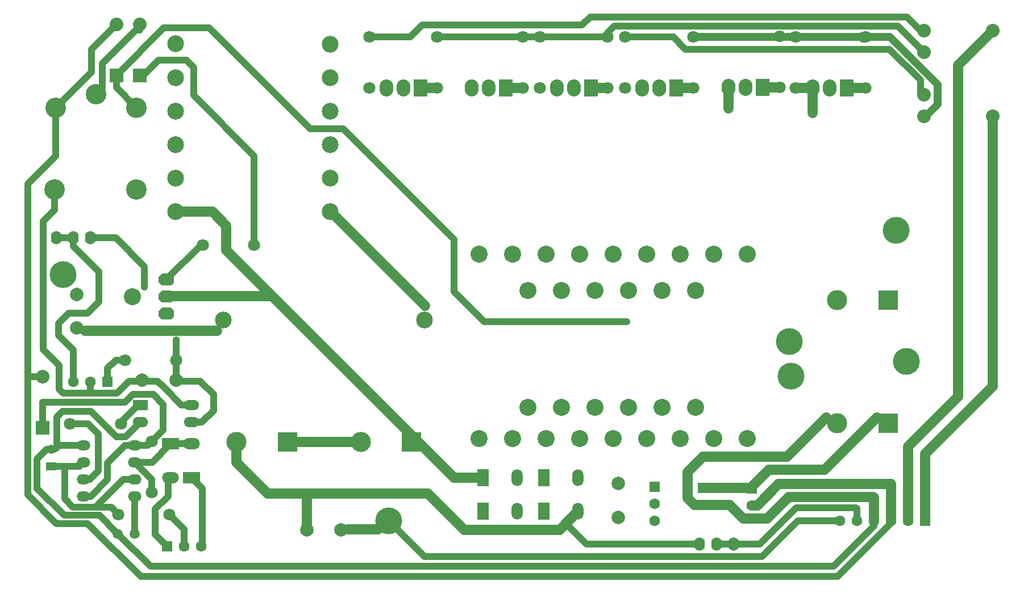
<source format=gtl>
%FSLAX24Y24*%
%MOIN*%
G70*
G01*
G75*
G04 Layer_Physical_Order=1*
G04 Layer_Color=255*
%ADD10C,0.0472*%
%ADD11C,0.0591*%
%ADD12C,0.0394*%
%ADD13C,0.0709*%
%ADD14C,0.1575*%
%ADD15C,0.0800*%
%ADD16C,0.1000*%
%ADD17R,0.0650X0.1000*%
%ADD18O,0.0650X0.1000*%
%ADD19R,0.0630X0.0630*%
%ADD20C,0.0630*%
%ADD21R,0.0800X0.1000*%
%ADD22O,0.0800X0.1000*%
%ADD23C,0.0984*%
%ADD24R,0.0800X0.0800*%
%ADD25O,0.0630X0.0787*%
%ADD26C,0.1200*%
%ADD27R,0.0630X0.0630*%
%ADD28R,0.1181X0.1181*%
%ADD29C,0.1181*%
%ADD30C,0.0787*%
%ADD31R,0.0900X0.0600*%
%ADD32O,0.0900X0.0600*%
%ADD33O,0.0787X0.0591*%
%ADD34O,0.1000X0.0650*%
%ADD35R,0.1000X0.0650*%
%ADD36C,0.0591*%
%ADD37R,0.0591X0.0512*%
%ADD38O,0.0591X0.0512*%
G04:AMPARAMS|DCode=39|XSize=70mil|YSize=90mil|CornerRadius=0mil|HoleSize=0mil|Usage=FLASHONLY|Rotation=90.000|XOffset=0mil|YOffset=0mil|HoleType=Round|Shape=Octagon|*
%AMOCTAGOND39*
4,1,8,-0.0450,-0.0175,-0.0450,0.0175,-0.0275,0.0350,0.0275,0.0350,0.0450,0.0175,0.0450,-0.0175,0.0275,-0.0350,-0.0275,-0.0350,-0.0450,-0.0175,0.0*
%
%ADD39OCTAGOND39*%

D10*
X39457Y32291D02*
X45472D01*
X51016D01*
X53819Y29488D01*
X52992Y27638D02*
X53110D01*
X53819Y28346D01*
Y29488D01*
D11*
X3819Y15039D02*
X11535D01*
X3819D02*
X11496D01*
X11260Y22047D02*
X12087Y21220D01*
X9094Y22047D02*
X11260D01*
X12087Y19764D02*
Y21220D01*
X19252Y3386D02*
X20984D01*
X18543Y21693D02*
X23740Y16496D01*
X31623Y3346D02*
X32706Y4430D01*
X26024Y3346D02*
X31623D01*
X23898Y5472D02*
X26024Y3346D01*
X16811Y5472D02*
X23898D01*
X14520D02*
X16811D01*
Y3346D02*
Y5472D01*
X12677Y7315D02*
X14520Y5472D01*
X12677Y7315D02*
Y8504D01*
X15669D02*
X19961D01*
X8583Y17063D02*
X14743D01*
X25452Y6398D02*
X27132D01*
X12087Y19764D02*
X25452Y6398D01*
X3858Y15039D02*
X11535D01*
X11260Y22047D02*
X12087Y21220D01*
Y19764D02*
Y21220D01*
X9094Y22047D02*
X11260D01*
X19252Y3386D02*
X20984D01*
X18543Y21693D02*
X23740Y16496D01*
X31623Y3346D02*
X32706Y4430D01*
X26024Y3346D02*
X31623D01*
X23898Y5472D02*
X26024Y3346D01*
X14520Y5472D02*
X16811D01*
X23898D01*
X16811Y3346D02*
Y5472D01*
X12677Y7315D02*
X14520Y5472D01*
X12677Y7315D02*
Y8504D01*
X15669D02*
X19961D01*
X25452Y6398D02*
X27132D01*
X12087Y19764D02*
X25452Y6398D01*
X8583Y17063D02*
X14743D01*
X57047Y11772D02*
Y27638D01*
X53068Y7793D02*
X57047Y11772D01*
X53068Y3878D02*
Y7793D01*
X55000Y30630D02*
X57047Y32677D01*
X55000Y11181D02*
Y30630D01*
X52069Y8250D02*
X55000Y11181D01*
X52069Y3878D02*
Y8250D01*
X49961Y5276D02*
X50068Y5168D01*
Y5226D01*
Y3878D02*
Y5168D01*
X50019Y5276D02*
X50068Y5226D01*
X45079Y5276D02*
X49961D01*
X43819Y4016D02*
X45079Y5276D01*
X42402Y4016D02*
X43819D01*
X41610Y4807D02*
X42402Y4016D01*
X40055Y4807D02*
X41610D01*
X51069Y3878D02*
Y6018D01*
X44488Y6024D02*
X51063D01*
X43252Y4787D02*
X44488Y6024D01*
X42913Y4787D02*
X43252D01*
X43909Y6862D02*
X47174D01*
X50255Y9942D01*
X40055Y5807D02*
X42913D01*
Y5866D01*
Y5787D02*
Y5807D01*
Y5866D02*
X43909Y6862D01*
X40039Y7638D02*
X44958D01*
X39134Y6732D02*
X40039Y7638D01*
X39134Y5197D02*
Y6732D01*
X44958Y7638D02*
X47262Y9942D01*
X39134Y5197D02*
X39523Y4807D01*
X40055D01*
X23457Y29291D02*
X24441D01*
X28457D02*
X29457D01*
X33457D02*
X34441D01*
X38457D02*
X39457D01*
X43535Y29331D02*
X44535D01*
X48457Y29291D02*
X49441D01*
X45472D02*
X46457D01*
X49441Y32291D02*
X49449Y32283D01*
X46457Y27835D02*
Y29291D01*
X41535Y28110D02*
Y29331D01*
D12*
X984Y7520D02*
X1524Y8059D01*
X984Y5787D02*
Y7520D01*
Y5787D02*
X2579Y4193D01*
X1524Y8059D02*
X2008D01*
X2110Y20512D02*
X3110D01*
X5720Y3110D02*
X7640Y1191D01*
X3949Y3711D02*
X7059Y600D01*
X2116Y3711D02*
X3949D01*
X433Y5394D02*
X2116Y3711D01*
X4638Y4193D02*
X5720Y3110D01*
X2579Y4193D02*
X4638D01*
X9622Y2362D02*
Y3378D01*
X8748Y4252D02*
X9622Y3378D01*
X6697Y5287D02*
Y5311D01*
X6720Y3110D02*
Y5287D01*
X4393Y4669D02*
X5331D01*
X3087D02*
X4393D01*
X6035Y6311D01*
X2598Y5157D02*
X3087Y4669D01*
X5331D02*
X5748Y4252D01*
X8661Y5305D02*
Y6247D01*
X7913Y4557D02*
X8661Y5305D01*
X7913Y3071D02*
Y4557D01*
Y3071D02*
X8622Y2362D01*
X445Y12335D02*
X1299D01*
X3937Y16063D02*
X4606Y16732D01*
X2835Y16063D02*
X3937D01*
X2244Y15472D02*
X2835Y16063D01*
X2598Y7087D02*
X3472D01*
X2598Y7059D02*
X2807D01*
X2008D02*
X2598D01*
Y7087D01*
Y5157D02*
Y7059D01*
X5118Y6299D02*
Y7283D01*
X4130Y5311D02*
X5118Y6299D01*
X3697Y5311D02*
X4130D01*
X3976Y9567D02*
X4567Y8976D01*
Y6811D02*
Y8976D01*
X4067Y6311D02*
X4567Y6811D01*
X8425Y11693D02*
X9449Y10669D01*
X7795Y11299D02*
X8386Y10709D01*
Y9213D02*
Y10709D01*
X7717Y8543D02*
X8386Y9213D01*
X7484Y8311D02*
X7717Y8543D01*
X6614Y11299D02*
X7795D01*
X8031Y12087D02*
X8425Y11693D01*
X7165Y12087D02*
X8031D01*
X2480Y10315D02*
X4134D01*
X2126Y9961D02*
X2480Y10315D01*
X2126Y8177D02*
Y9961D01*
X4134Y10315D02*
X5630Y8819D01*
X6183D01*
X6142Y10827D02*
X6614Y11299D01*
X1299Y10827D02*
X6142D01*
X1299Y9335D02*
Y10827D01*
X2520Y11378D02*
X5669D01*
X4118Y11402D02*
Y12047D01*
X5669Y11378D02*
X6378Y12087D01*
X2283Y11614D02*
X2520Y11378D01*
X3118Y12047D02*
Y13890D01*
X5118Y12047D02*
Y12835D01*
X6378Y12087D02*
X7165D01*
X1339Y13937D02*
X2283Y12992D01*
X3110Y20000D02*
Y20512D01*
X4606Y16732D02*
Y18504D01*
X3110Y20000D02*
X4606Y18504D01*
X2244Y14764D02*
Y15472D01*
X7283Y17612D02*
Y18819D01*
X5591Y20512D02*
X7283Y18819D01*
X4110Y20512D02*
X5591D01*
X2283Y11614D02*
Y12992D01*
X1339Y13937D02*
Y21457D01*
X2244Y14764D02*
X3118Y13890D01*
X1339Y21457D02*
X2011Y22129D01*
X5118Y12835D02*
X5591Y13307D01*
X6142D01*
X6890Y10669D02*
X7033D01*
X5906Y9685D02*
X6890Y10669D01*
X5906Y9567D02*
Y9685D01*
X9449Y10669D02*
X10033D01*
X7126Y12126D02*
X7165Y12087D01*
X8583Y18063D02*
X10598Y20079D01*
X9165Y12087D02*
X10551D01*
X11339Y11299D01*
Y10354D02*
Y11299D01*
X10654Y9669D02*
X11339Y10354D01*
X10033Y9669D02*
X10654D01*
X9142Y13307D02*
Y14496D01*
Y12110D02*
Y13307D01*
Y12110D02*
X9165Y12087D01*
X10039Y6402D02*
X10661Y5780D01*
Y2402D02*
Y5780D01*
X8811Y8396D02*
X8816Y8402D01*
X7725Y7311D02*
X8811Y8396D01*
X8816Y8402D02*
X10039D01*
X6697Y7311D02*
X7725D01*
X7717Y5543D02*
Y6291D01*
X6697Y7311D02*
X7717Y6291D01*
X6697Y8311D02*
X7484D01*
X6183Y8819D02*
X7033Y9669D01*
X6146Y8311D02*
X6697D01*
X5118Y7283D02*
X6146Y8311D01*
X2126Y8177D02*
X2260Y8311D01*
X2008Y8059D02*
X2126Y8177D01*
X2906Y9567D02*
X3976D01*
X3697Y6311D02*
X4067D01*
X2260Y8311D02*
X3697D01*
X6035Y6311D02*
X6697D01*
X7640Y1191D02*
X47697D01*
X50068Y3563D01*
Y3878D01*
X47923Y600D02*
X51069Y3746D01*
X7059Y600D02*
X47923D01*
X24441Y32291D02*
X29457D01*
X51069Y3746D02*
Y3878D01*
X433Y5394D02*
Y23661D01*
X21614Y3858D02*
X23701Y1772D01*
X43504D01*
X45611Y3878D01*
X48068D01*
X27195Y15561D02*
X35561D01*
X8421Y32835D02*
X11063D01*
X25433Y17323D02*
X27195Y15561D01*
X25433Y17323D02*
Y20394D01*
X18937Y26890D02*
X25433Y20394D01*
X17008Y26890D02*
X18937D01*
X11063Y32835D02*
X17008Y26890D01*
X5630Y30043D02*
X8421Y32835D01*
X433Y23661D02*
X2087Y25315D01*
Y28150D01*
X6768Y32713D02*
X7008D01*
X4803Y30748D02*
X6768Y32713D01*
X4803Y29291D02*
Y30748D01*
X4449Y28937D02*
X4803Y29291D01*
X4173Y31587D02*
X5630Y33043D01*
X4173Y30236D02*
Y31587D01*
X2087Y28150D02*
X4173Y30236D01*
X5630Y29331D02*
X6811Y28150D01*
X5630Y29331D02*
Y30043D01*
X10157Y28858D02*
Y30512D01*
X9724Y30945D02*
X10157Y30512D01*
X8110Y30945D02*
X9724D01*
X7209Y30043D02*
X8110Y30945D01*
X2011Y22129D02*
Y23346D01*
X49068Y3878D02*
Y4593D01*
X49016Y4646D02*
X49068Y4593D01*
X45512Y4646D02*
X49016D01*
X43386Y2520D02*
X45512Y4646D01*
X41827Y2520D02*
X43386D01*
X40827D02*
X41827D01*
X32052Y3657D02*
X33189Y2520D01*
X39827D01*
X13709Y20079D02*
Y25307D01*
X10157Y28858D02*
X13709Y25307D01*
X35472Y32291D02*
X38299D01*
X39016Y31575D01*
X20472Y32291D02*
X22882D01*
X52795Y32677D02*
X52992D01*
X39016Y31575D02*
X50984D01*
X52795Y29764D01*
Y28976D02*
Y29764D01*
X22882Y32291D02*
X23583Y32992D01*
X32953D01*
X30472Y32291D02*
X34441D01*
X29457D02*
X30472D01*
X34441D02*
Y32551D01*
X34843Y32953D01*
X51457D01*
X52992Y31417D01*
X32953Y32992D02*
X33425Y33465D01*
X52008D01*
X52795Y32677D01*
D13*
X35472Y29291D02*
D03*
Y32291D02*
D03*
X20472Y29291D02*
D03*
Y32291D02*
D03*
X30472Y29291D02*
D03*
Y32291D02*
D03*
X45472Y29291D02*
D03*
Y32291D02*
D03*
X10709Y20079D02*
D03*
X13709D02*
D03*
X24441Y32291D02*
D03*
Y29291D02*
D03*
X29457Y32291D02*
D03*
Y29291D02*
D03*
X34441Y32291D02*
D03*
Y29291D02*
D03*
X39457Y32291D02*
D03*
Y29291D02*
D03*
X44535Y32331D02*
D03*
Y29331D02*
D03*
X49567Y32291D02*
D03*
Y29291D02*
D03*
X9142Y13307D02*
D03*
X6142D02*
D03*
X7717Y5543D02*
D03*
Y8543D02*
D03*
X2906Y9567D02*
D03*
X5906D02*
D03*
X8748Y4252D02*
D03*
X5748D02*
D03*
D14*
X45118Y14409D02*
D03*
X45197Y12362D02*
D03*
X21614Y3858D02*
D03*
X51968Y13228D02*
D03*
X51378Y20945D02*
D03*
X2520Y18346D02*
D03*
D15*
X57047Y27638D02*
D03*
Y32677D02*
D03*
X52992Y31417D02*
D03*
Y32677D02*
D03*
Y28898D02*
D03*
Y27638D02*
D03*
X7008Y33043D02*
D03*
X5630D02*
D03*
X1299Y12335D02*
D03*
D16*
X37638Y10532D02*
D03*
X39606D02*
D03*
X35669D02*
D03*
X33701D02*
D03*
X31732D02*
D03*
X29764D02*
D03*
Y17421D02*
D03*
X31732D02*
D03*
X33701D02*
D03*
X35669D02*
D03*
X39606D02*
D03*
X37638D02*
D03*
X26890Y19547D02*
D03*
X28858D02*
D03*
X30827D02*
D03*
X32795D02*
D03*
X40669D02*
D03*
X38701D02*
D03*
X36732D02*
D03*
X34764D02*
D03*
X42638D02*
D03*
X34764Y8720D02*
D03*
X36732D02*
D03*
X38701D02*
D03*
X40669D02*
D03*
X32795D02*
D03*
X30827D02*
D03*
X28858D02*
D03*
X26890D02*
D03*
X42638D02*
D03*
X6575Y17047D02*
D03*
D17*
X30706Y4430D02*
D03*
X27132Y4430D02*
D03*
X30706Y6398D02*
D03*
X27132D02*
D03*
D18*
X32706Y4430D02*
D03*
X29132Y4430D02*
D03*
X32706Y6398D02*
D03*
X29132D02*
D03*
D19*
X40055Y5807D02*
D03*
X42913Y5787D02*
D03*
X37205Y5866D02*
D03*
D20*
X40055Y4807D02*
D03*
X42913Y4787D02*
D03*
X37205Y3866D02*
D03*
Y4866D02*
D03*
X51069Y3878D02*
D03*
X52069D02*
D03*
X50068D02*
D03*
X49068D02*
D03*
X48068D02*
D03*
X9622Y2362D02*
D03*
X10622D02*
D03*
X4118Y12047D02*
D03*
X3118D02*
D03*
D21*
X48457Y29291D02*
D03*
X43535Y29331D02*
D03*
X38457Y29291D02*
D03*
X23457D02*
D03*
X28457D02*
D03*
X33457D02*
D03*
D22*
X47457D02*
D03*
X46457D02*
D03*
X42535Y29331D02*
D03*
X41535D02*
D03*
X37457Y29291D02*
D03*
X36457D02*
D03*
X22457D02*
D03*
X21457D02*
D03*
X27457D02*
D03*
X26457D02*
D03*
X32457D02*
D03*
X31457D02*
D03*
D23*
X18183Y22026D02*
D03*
Y23994D02*
D03*
Y27931D02*
D03*
Y25963D02*
D03*
Y29900D02*
D03*
Y31869D02*
D03*
X9094Y31890D02*
D03*
Y29921D02*
D03*
Y25984D02*
D03*
Y27953D02*
D03*
Y24016D02*
D03*
Y22047D02*
D03*
X11890Y15669D02*
D03*
X23701D02*
D03*
D24*
X7008Y30043D02*
D03*
X5630D02*
D03*
X1299Y9335D02*
D03*
D25*
X41827Y2520D02*
D03*
X40827D02*
D03*
X39827D02*
D03*
X4110Y20512D02*
D03*
X3110D02*
D03*
X2110D02*
D03*
D26*
X4449Y28937D02*
D03*
X6811Y23346D02*
D03*
X2011D02*
D03*
X6811Y28150D02*
D03*
X2087D02*
D03*
D27*
X53068Y3878D02*
D03*
X8622Y2362D02*
D03*
X5118Y12047D02*
D03*
D28*
X15669Y8504D02*
D03*
X22953D02*
D03*
X50906Y9606D02*
D03*
Y16850D02*
D03*
D29*
X12677Y8504D02*
D03*
X19961D02*
D03*
X47913Y9606D02*
D03*
Y16850D02*
D03*
D30*
X18819Y3346D02*
D03*
X16811D02*
D03*
X3307Y15197D02*
D03*
Y17165D02*
D03*
X7126Y12126D02*
D03*
X9126D02*
D03*
X35079Y6063D02*
D03*
Y4063D02*
D03*
D31*
X7033Y10669D02*
D03*
D32*
Y9669D02*
D03*
X10033D02*
D03*
Y10669D02*
D03*
D33*
X6697Y8311D02*
D03*
Y7311D02*
D03*
Y6311D02*
D03*
Y5311D02*
D03*
X3697D02*
D03*
Y6311D02*
D03*
Y7311D02*
D03*
Y8311D02*
D03*
D34*
X8811Y6396D02*
D03*
X10039Y8402D02*
D03*
D35*
X8811Y8396D02*
D03*
X10039Y6402D02*
D03*
D36*
X6720Y3110D02*
D03*
X5720D02*
D03*
D37*
X1811Y7059D02*
D03*
D38*
Y8059D02*
D03*
D39*
X8575Y16047D02*
D03*
Y17047D02*
D03*
Y18047D02*
D03*
M02*

</source>
